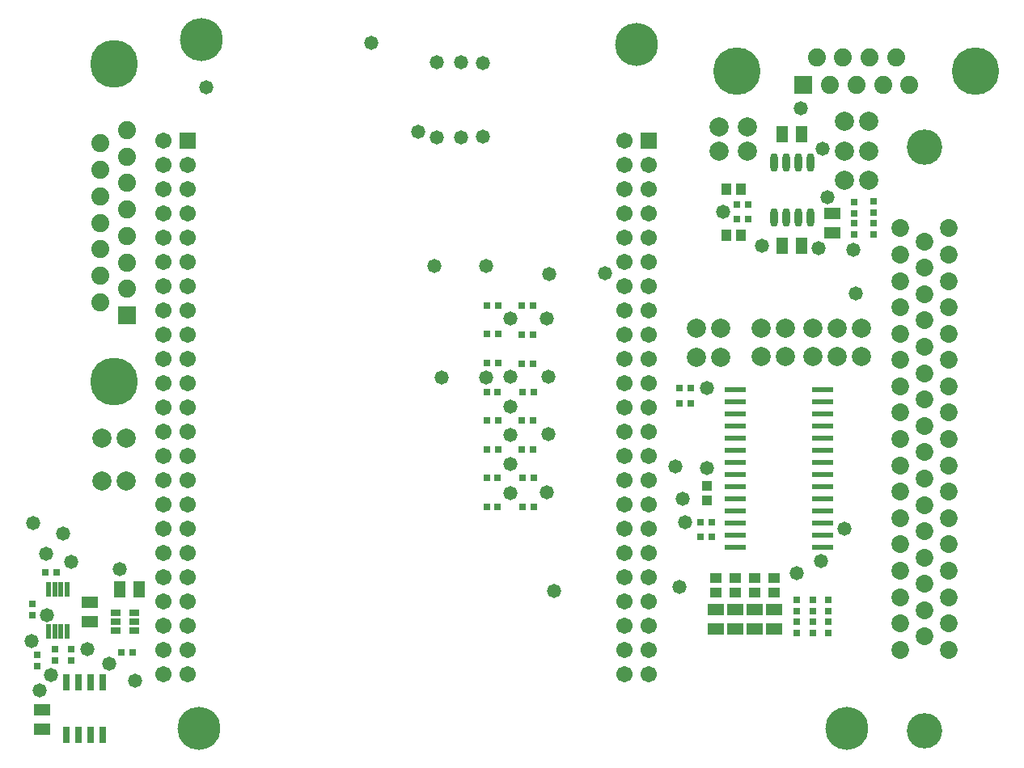
<source format=gts>
G04*
G04 #@! TF.GenerationSoftware,Altium Limited,Altium Designer,19.0.10 (269)*
G04*
G04 Layer_Color=8388736*
%FSLAX25Y25*%
%MOIN*%
G70*
G01*
G75*
%ADD26R,0.09000X0.02400*%
%ADD30R,0.02965X0.02965*%
%ADD31R,0.06800X0.04800*%
%ADD32R,0.04343X0.02769*%
%ADD33R,0.02965X0.02965*%
%ADD34R,0.02178X0.06312*%
%ADD35R,0.04800X0.06800*%
%ADD36R,0.03162X0.06509*%
%ADD37R,0.04343X0.04540*%
%ADD38R,0.04147X0.04147*%
%ADD39R,0.04540X0.04343*%
%ADD40O,0.03162X0.07690*%
%ADD41C,0.14600*%
%ADD42C,0.07300*%
%ADD43C,0.06706*%
%ADD44R,0.06706X0.06706*%
%ADD45C,0.07887*%
%ADD46C,0.17729*%
%ADD47C,0.19540*%
%ADD48R,0.07453X0.07453*%
%ADD49C,0.07453*%
%ADD50R,0.07453X0.07453*%
%ADD51C,0.07453*%
%ADD52C,0.19698*%
%ADD53C,0.05800*%
D26*
X393500Y342000D02*
D03*
Y337000D02*
D03*
Y332000D02*
D03*
Y327000D02*
D03*
Y322000D02*
D03*
Y317000D02*
D03*
Y312000D02*
D03*
Y307000D02*
D03*
Y302000D02*
D03*
Y297000D02*
D03*
Y292000D02*
D03*
Y287000D02*
D03*
Y282000D02*
D03*
Y277000D02*
D03*
X429500D02*
D03*
Y282000D02*
D03*
Y287000D02*
D03*
Y292000D02*
D03*
Y297000D02*
D03*
Y302000D02*
D03*
Y307000D02*
D03*
Y312000D02*
D03*
Y317000D02*
D03*
Y322000D02*
D03*
Y327000D02*
D03*
Y332000D02*
D03*
Y337000D02*
D03*
Y342000D02*
D03*
D30*
X109200Y266740D02*
D03*
X113800D02*
D03*
X145304Y233736D02*
D03*
X140704D02*
D03*
X379200Y281500D02*
D03*
X383800D02*
D03*
X379200Y287500D02*
D03*
X383800D02*
D03*
X370700Y336525D02*
D03*
X375300D02*
D03*
Y342815D02*
D03*
X370700D02*
D03*
X310300Y364815D02*
D03*
X305700D02*
D03*
X295800Y364958D02*
D03*
X291200D02*
D03*
X310300Y352815D02*
D03*
X305700D02*
D03*
X295800Y353101D02*
D03*
X291200D02*
D03*
X291100Y341244D02*
D03*
X295700D02*
D03*
X305700Y376815D02*
D03*
X310300D02*
D03*
X305900Y341244D02*
D03*
X310500D02*
D03*
X291200Y317529D02*
D03*
X295800D02*
D03*
X305700Y317529D02*
D03*
X310300D02*
D03*
X305700Y329386D02*
D03*
X310300D02*
D03*
X305900Y305672D02*
D03*
X310500D02*
D03*
X305900Y293815D02*
D03*
X310500D02*
D03*
X291200Y376815D02*
D03*
X295800D02*
D03*
X291200Y329386D02*
D03*
X295800D02*
D03*
X291100Y305672D02*
D03*
X295700D02*
D03*
X291100Y293815D02*
D03*
X295700D02*
D03*
X398800Y418500D02*
D03*
X394200D02*
D03*
X398800Y412500D02*
D03*
X394200D02*
D03*
D31*
X127407Y254503D02*
D03*
Y246503D02*
D03*
X108000Y202000D02*
D03*
Y210000D02*
D03*
X409700Y243337D02*
D03*
Y251337D02*
D03*
X401700Y243337D02*
D03*
Y251337D02*
D03*
X393700Y243337D02*
D03*
Y251337D02*
D03*
X385700Y243337D02*
D03*
Y251337D02*
D03*
X433500Y414607D02*
D03*
Y406607D02*
D03*
D32*
X145968Y242760D02*
D03*
Y246500D02*
D03*
Y250240D02*
D03*
X138094D02*
D03*
Y246500D02*
D03*
Y242760D02*
D03*
D33*
X104032Y249200D02*
D03*
Y253800D02*
D03*
X113170Y230533D02*
D03*
Y235133D02*
D03*
X106000Y228100D02*
D03*
Y232700D02*
D03*
X120000Y230533D02*
D03*
Y235133D02*
D03*
X432000Y250700D02*
D03*
Y255300D02*
D03*
X425500Y250700D02*
D03*
Y255300D02*
D03*
X419000Y250700D02*
D03*
Y255300D02*
D03*
X432000Y241700D02*
D03*
Y246300D02*
D03*
X425500Y241700D02*
D03*
Y246300D02*
D03*
X419000Y241700D02*
D03*
Y246300D02*
D03*
X450388Y419800D02*
D03*
Y415200D02*
D03*
X450388Y410607D02*
D03*
Y406007D02*
D03*
X442500Y410607D02*
D03*
Y406007D02*
D03*
X442508Y414853D02*
D03*
Y419453D02*
D03*
D34*
X118181Y259661D02*
D03*
X115622D02*
D03*
X113063D02*
D03*
X110504D02*
D03*
X118181Y242339D02*
D03*
X115622D02*
D03*
X113063D02*
D03*
X110504D02*
D03*
D35*
X148000Y259772D02*
D03*
X140000D02*
D03*
X421000Y401500D02*
D03*
X413000D02*
D03*
Y447500D02*
D03*
X421000D02*
D03*
D36*
X133000Y221500D02*
D03*
X128000D02*
D03*
X123000D02*
D03*
X118000D02*
D03*
X133000Y199650D02*
D03*
X128000D02*
D03*
X123000D02*
D03*
X118000D02*
D03*
D37*
X389948Y424917D02*
D03*
X396050D02*
D03*
X389948Y405917D02*
D03*
X396050D02*
D03*
D38*
X382000Y296449D02*
D03*
Y302551D02*
D03*
D39*
X409700Y264389D02*
D03*
Y258286D02*
D03*
X401700Y264389D02*
D03*
Y258286D02*
D03*
X393700Y264389D02*
D03*
Y258286D02*
D03*
X385700Y264389D02*
D03*
Y258286D02*
D03*
D40*
X424500Y435819D02*
D03*
X419500D02*
D03*
X414500D02*
D03*
X409500D02*
D03*
X424500Y413181D02*
D03*
X419500D02*
D03*
X414500D02*
D03*
X409500D02*
D03*
D41*
X471500Y442000D02*
D03*
Y201449D02*
D03*
D42*
X481500Y234795D02*
D03*
X461500D02*
D03*
X481500Y256527D02*
D03*
Y267394D02*
D03*
Y278260D02*
D03*
Y289126D02*
D03*
Y299992D02*
D03*
Y310858D02*
D03*
Y321724D02*
D03*
Y332591D02*
D03*
Y343457D02*
D03*
Y354323D02*
D03*
Y365189D02*
D03*
Y376055D02*
D03*
Y386921D02*
D03*
Y397787D02*
D03*
Y408653D02*
D03*
X471500Y240268D02*
D03*
Y251131D02*
D03*
Y261995D02*
D03*
Y272858D02*
D03*
Y283722D02*
D03*
Y294585D02*
D03*
Y305449D02*
D03*
Y316312D02*
D03*
Y327176D02*
D03*
Y338039D02*
D03*
Y348903D02*
D03*
Y359766D02*
D03*
Y370630D02*
D03*
Y381493D02*
D03*
Y392357D02*
D03*
Y403220D02*
D03*
X461500Y245661D02*
D03*
Y256527D02*
D03*
Y267394D02*
D03*
Y278260D02*
D03*
Y289126D02*
D03*
Y299992D02*
D03*
Y310858D02*
D03*
Y321724D02*
D03*
Y332591D02*
D03*
Y343457D02*
D03*
Y354323D02*
D03*
Y365189D02*
D03*
Y376055D02*
D03*
Y386921D02*
D03*
X481500Y245661D02*
D03*
X461500Y397787D02*
D03*
Y408653D02*
D03*
D43*
X348000Y224898D02*
D03*
X358000D02*
D03*
X348000Y234898D02*
D03*
X358000D02*
D03*
X348000Y244898D02*
D03*
X358000D02*
D03*
X348000Y254898D02*
D03*
X358000D02*
D03*
X348000Y264898D02*
D03*
X358000D02*
D03*
X348000Y274898D02*
D03*
X358000D02*
D03*
X348000Y284898D02*
D03*
X358000D02*
D03*
X348000Y294898D02*
D03*
X358000D02*
D03*
X348000Y304898D02*
D03*
X358000D02*
D03*
X348000Y314898D02*
D03*
X358000D02*
D03*
X348000Y324898D02*
D03*
X358000D02*
D03*
X348000Y334898D02*
D03*
X358000D02*
D03*
X348000Y344898D02*
D03*
X358000D02*
D03*
X348000Y354898D02*
D03*
X358000D02*
D03*
X348000Y364898D02*
D03*
X358000D02*
D03*
X348000Y374898D02*
D03*
X358000D02*
D03*
X348000Y384898D02*
D03*
X358000D02*
D03*
X348000Y394898D02*
D03*
X358000D02*
D03*
X348000Y404898D02*
D03*
X358000D02*
D03*
X348000Y414898D02*
D03*
X358000D02*
D03*
X348000Y424898D02*
D03*
X358000D02*
D03*
X348000Y434898D02*
D03*
X358000D02*
D03*
X348000Y444898D02*
D03*
X158000D02*
D03*
X168000Y434898D02*
D03*
X158000D02*
D03*
X168000Y424898D02*
D03*
X158000D02*
D03*
X168000Y414898D02*
D03*
X158000D02*
D03*
X168000Y404898D02*
D03*
X158000D02*
D03*
X168000Y394898D02*
D03*
X158000D02*
D03*
X168000Y384898D02*
D03*
X158000D02*
D03*
X168000Y374898D02*
D03*
X158000D02*
D03*
X168000Y364898D02*
D03*
X158000D02*
D03*
X168000Y354898D02*
D03*
X158000D02*
D03*
X168000Y344898D02*
D03*
X158000D02*
D03*
X168000Y334898D02*
D03*
X158000D02*
D03*
X168000Y324898D02*
D03*
X158000D02*
D03*
X168000Y314898D02*
D03*
X158000D02*
D03*
X168000Y304898D02*
D03*
X158000D02*
D03*
X168000Y294898D02*
D03*
X158000D02*
D03*
X168000Y284898D02*
D03*
X158000D02*
D03*
X168000Y274898D02*
D03*
X158000D02*
D03*
X168000Y264898D02*
D03*
X158000D02*
D03*
X168000Y254898D02*
D03*
X158000D02*
D03*
X168000Y244898D02*
D03*
X158000D02*
D03*
X168000Y234898D02*
D03*
X158000D02*
D03*
X168000Y224898D02*
D03*
X158000D02*
D03*
D44*
X358000Y444898D02*
D03*
X168000D02*
D03*
D45*
X142466Y322188D02*
D03*
X132466D02*
D03*
X142500Y304293D02*
D03*
X132500D02*
D03*
X445642Y355725D02*
D03*
X435642D02*
D03*
X425642D02*
D03*
X445642Y367426D02*
D03*
X435642D02*
D03*
X425642D02*
D03*
X414276Y367578D02*
D03*
X404276D02*
D03*
X414276Y355718D02*
D03*
X404276D02*
D03*
X377500Y355500D02*
D03*
X387500D02*
D03*
X438500Y440500D02*
D03*
X448500D02*
D03*
X438500Y452736D02*
D03*
X448500D02*
D03*
X438500Y428500D02*
D03*
X448500D02*
D03*
X386736Y440500D02*
D03*
Y450500D02*
D03*
X398500Y440417D02*
D03*
Y450417D02*
D03*
X387500Y367500D02*
D03*
X377500D02*
D03*
D46*
X173500Y486500D02*
D03*
X439500Y202500D02*
D03*
X172500D02*
D03*
X353000Y484500D02*
D03*
D47*
X492693Y473409D02*
D03*
X394307D02*
D03*
D48*
X421689Y467819D02*
D03*
D49*
X427142Y479000D02*
D03*
X432594Y467819D02*
D03*
X438047Y479000D02*
D03*
X443500Y467819D02*
D03*
X448953Y479000D02*
D03*
X454405Y467819D02*
D03*
X459858Y479000D02*
D03*
X465311Y467819D02*
D03*
D50*
X142992Y372736D02*
D03*
D51*
X131811Y378189D02*
D03*
X142992Y383642D02*
D03*
X131811Y389094D02*
D03*
X142992Y394547D02*
D03*
X131811Y400000D02*
D03*
X142992Y405453D02*
D03*
X131811Y410906D02*
D03*
X142992Y416358D02*
D03*
X131811Y421811D02*
D03*
X142992Y427264D02*
D03*
X131811Y432717D02*
D03*
X142992Y438169D02*
D03*
X131811Y443622D02*
D03*
X142992Y449075D02*
D03*
D52*
X137402Y345315D02*
D03*
Y476496D02*
D03*
D53*
X140000Y268000D02*
D03*
X111500Y224500D02*
D03*
X107000Y218000D02*
D03*
X110000Y249200D02*
D03*
X103500Y238500D02*
D03*
X135691Y229101D02*
D03*
X120000Y271000D02*
D03*
X116500Y282620D02*
D03*
X126497Y235210D02*
D03*
X109574Y274293D02*
D03*
X146206Y222000D02*
D03*
X104116Y286935D02*
D03*
X243500Y485000D02*
D03*
X263000Y448500D02*
D03*
X289500Y476909D02*
D03*
X289443Y446500D02*
D03*
X175500Y466605D02*
D03*
X270500Y477000D02*
D03*
X319000Y259245D02*
D03*
X290900Y393000D02*
D03*
X269500D02*
D03*
X382000Y309812D02*
D03*
X272500Y347218D02*
D03*
X442261Y399607D02*
D03*
X420642Y458000D02*
D03*
X301000Y371315D02*
D03*
X427827Y400307D02*
D03*
X291000Y347218D02*
D03*
X372000Y297000D02*
D03*
X438500Y284700D02*
D03*
X317000Y389685D02*
D03*
X340000Y390245D02*
D03*
X404500Y401500D02*
D03*
X369000Y310572D02*
D03*
X370500Y260745D02*
D03*
X429000Y271500D02*
D03*
X443152Y381689D02*
D03*
X429500Y441500D02*
D03*
X431500Y421500D02*
D03*
X301000Y311500D02*
D03*
X280500Y477000D02*
D03*
Y446000D02*
D03*
X270500D02*
D03*
X301000Y347315D02*
D03*
Y299500D02*
D03*
Y323500D02*
D03*
Y335000D02*
D03*
X419000Y266295D02*
D03*
X373000Y287500D02*
D03*
X381771Y342815D02*
D03*
X316000Y371315D02*
D03*
X316500Y347315D02*
D03*
Y323815D02*
D03*
X316000Y299815D02*
D03*
X388500Y415434D02*
D03*
M02*

</source>
